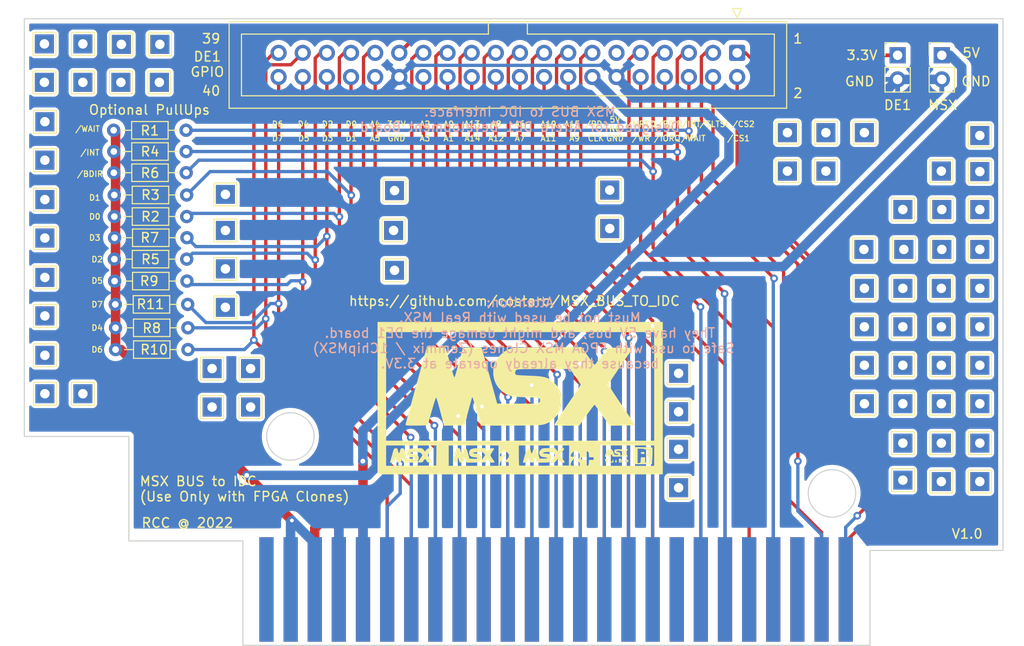
<source format=kicad_pcb>
(kicad_pcb (version 20211014) (generator pcbnew)
  (title_block (title "MSX BUS IDC") (date "2022-12-19") (rev "1.0") (company "RCC"))
  (layers (0 "F.Cu" signal) (31 "B.Cu" signal) (34 "B.Paste" user) (35 "F.Paste" user) (36 "B.SilkS" user "B.Silkscreen") (37 "F.SilkS" user "F.Silkscreen") (38 "B.Mask" user) (39 "F.Mask" user) (44 "Edge.Cuts" user))
  (net 0 "")
  (net 1 "{slash}WR")
  (net 2 "{slash}RD")
  (net 3 "GND")
  (net 4 "5V")
  (net 5 "+3.3V")
  (net 7 "+12V")
  (net 8 "-12V")
  (net 11 "{slash}CS1")
  (net 12 "{slash}CS2")
  (net 13 "{slash}CS12")
  (net 14 "{slash}SLTSL")
  (net 15 "{slash}RFSH")
  (net 16 "{slash}WAIT")
  (net 17 "{slash}INT")
  (net 18 "{slash}M1")
  (net 19 "{slash}BUSDIR")
  (net 20 "{slash}IORQ")
  (net 21 "{slash}MREQ")
  (net 22 "{slash}RESET")
  (net 23 "A9")
  (net 24 "A15")
  (net 25 "A11")
  (net 26 "A10")
  (net 27 "A7")
  (net 28 "A6")
  (net 29 "A12")
  (net 30 "A8")
  (net 31 "A14")
  (net 32 "A13")
  (net 33 "A1")
  (net 34 "A0")
  (net 35 "A3")
  (net 36 "A2")
  (net 37 "A5")
  (net 38 "A4")
  (net 39 "D1")
  (net 40 "D0")
  (net 41 "D3")
  (net 42 "D2")
  (net 43 "D5")
  (net 44 "D4")
  (net 45 "D7")
  (net 46 "D6")
  (net 47 "CLOCK")
  (net 48 "SOUNDIN")
  (net 49 "SW1")
  (footprint "TestPoint:TestPoint_THTPad_2.0x2.0mm_Drill1.0mm" (layer "F.Cu") (at 133.15 42.95)
    (fp_text reference "J35" hide)
    (fp_text value "Conn_01x01")
  )
  (footprint "TestPoint:TestPoint_THTPad_2.0x2.0mm_Drill1.0mm" (layer "F.Cu") (at 121.7 64.25)
    (fp_text reference "J61" hide)
    (fp_text value "Conn_01x01")
  )
  (footprint "Resistor_THT:R_Axial_DIN0204_L3.6mm_D1.6mm_P7.62mm_Horizontal" (layer "F.Cu") (at 62.25273 40.88456)
    (fp_text reference "R4")
    (fp_text value "10K" hide)
  )
  (footprint "TestPoint:TestPoint_THTPad_2.0x2.0mm_Drill1.0mm" (layer "F.Cu") (at 55 54.15)
    (fp_text reference "J52" hide)
    (fp_text value "Conn_01x01")
  )
  (footprint "TestPoint:TestPoint_THTPad_2.0x2.0mm_Drill1.0mm" (layer "F.Cu") (at 145.3 63.4)
    (fp_text reference "J11" hide)
    (fp_text value "Conn_01x01")
  )
  (footprint "TestPoint:TestPoint_THTPad_2.0x2.0mm_Drill1.0mm" (layer "F.Cu") (at 59 33.6)
    (fp_text reference "J42" hide)
    (fp_text value "Conn_01x01")
  )
  (footprint "TestPoint:TestPoint_THTPad_2.0x2.0mm_Drill1.0mm" (layer "F.Cu") (at 55 66.4)
    (fp_text reference "J54" hide)
    (fp_text value "Conn_01x01")
  )
  (footprint "TestPoint:TestPoint_THTPad_2.0x2.0mm_Drill1.0mm" (layer "F.Cu") (at 137.2 42.95)
    (fp_text reference "J34" hide)
    (fp_text value "Conn_01x01")
  )
  (footprint "TestPoint:TestPoint_THTPad_2.0x2.0mm_Drill1.0mm" (layer "F.Cu") (at 141.25 59.35)
    (fp_text reference "J7" hide)
    (fp_text value "Conn_01x01")
  )
  (footprint "TestPoint:TestPoint_THTPad_2.0x2.0mm_Drill1.0mm" (layer "F.Cu") (at 91.8 53.4)
    (fp_text reference "J64" hide)
    (fp_text value "Conn_01x01")
  )
  (footprint "TestPoint:TestPoint_THTPad_2.0x2.0mm_Drill1.0mm" (layer "F.Cu") (at 153.4 39.2)
    (fp_text reference "J32" hide)
    (fp_text value "Conn_01x01")
  )
  (footprint "TestPoint:TestPoint_THTPad_2.0x2.0mm_Drill1.0mm" (layer "F.Cu") (at 63.05 29.6 90)
    (fp_text reference "J59" hide)
    (fp_text value "Conn_01x01")
  )
  (footprint "Resistor_THT:R_Axial_DIN0204_L3.6mm_D1.6mm_P7.62mm_Horizontal" (layer "F.Cu") (at 62.304884 45.464983)
    (fp_text reference "R3")
    (fp_text value "10K" hide)
  )
  (footprint "TestPoint:TestPoint_THTPad_2.0x2.0mm_Drill1.0mm" (layer "F.Cu") (at 145.4 51.2)
    (fp_text reference "J6" hide)
    (fp_text value "Conn_01x01")
  )
  (footprint "TestPoint:TestPoint_THTPad_2.0x2.0mm_Drill1.0mm" (layer "F.Cu") (at 145.3 67.45)
    (fp_text reference "J8" hide)
    (fp_text value "Conn_01x01")
  )
  (footprint "TestPoint:TestPoint_THTPad_2.0x2.0mm_Drill1.0mm" (layer "F.Cu") (at 153.4 67.45)
    (fp_text reference "J26" hide)
    (fp_text value "Conn_01x01")
  )
  (footprint "Resistor_THT:R_Axial_DIN0204_L3.6mm_D1.6mm_P7.62mm_Horizontal" (layer "F.Cu") (at 62.308667 52.220603)
    (fp_text reference "R5")
    (fp_text value "10K" hide)
  )
  (footprint "TestPoint:TestPoint_THTPad_2.0x2.0mm_Drill1.0mm" (layer "F.Cu") (at 74 45.4)
    (fp_text reference "J69" hide)
    (fp_text value "Conn_01x01")
  )
  (footprint "Connector_PinHeader_2.54mm:PinHeader_1x02_P2.54mm_Vertical" (layer "F.Cu") (at 149.4 30.75)
    (fp_text reference "J3" hide)
    (fp_text value "Conn_02x01" hide)
  )
  (footprint "TestPoint:TestPoint_THTPad_2.0x2.0mm_Drill1.0mm" (layer "F.Cu") (at 67.1 29.6 90)
    (fp_text reference "J62" hide)
    (fp_text value "Conn_01x01")
  )
  (footprint "TestPoint:TestPoint_THTPad_2.0x2.0mm_Drill1.0mm" (layer "F.Cu") (at 72.6 63.75)
    (fp_text reference "J49" hide)
    (fp_text value "Conn_01x01")
  )
  (footprint "TestPoint:TestPoint_THTPad_2.0x2.0mm_Drill1.0mm" (layer "F.Cu") (at 145.3 75.5)
    (fp_text reference "J16" hide)
    (fp_text value "Conn_01x01")
  )
  (footprint "TestPoint:TestPoint_THTPad_2.0x2.0mm_Drill1.0mm" (layer "F.Cu") (at 72.6 67.8)
    (fp_text reference "J46" hide)
    (fp_text value "Conn_01x01")
  )
  (footprint "TestPoint:TestPoint_THTPad_2.0x2.0mm_Drill1.0mm" (layer "F.Cu") (at 153.4 71.6)
    (fp_text reference "J38" hide)
    (fp_text value "Conn_01x01")
  )
  (footprint "Connector_IDC:IDC-Header_2x20_P2.54mm_Vertical" (layer "F.Cu") (at 127.86 30.4975 -90)
    (fp_text reference "J1" hide)
    (fp_text value "DE1 GPIO" hide)
  )
  (footprint "TestPoint:TestPoint_THTPad_2.0x2.0mm_Drill1.0mm" (layer "F.Cu") (at 54.95 29.55)
    (fp_text reference "J44" hide)
    (fp_text value "Conn_01x01")
  )
  (footprint "Resistor_THT:R_Axial_DIN0204_L3.6mm_D1.6mm_P7.62mm_Horizontal" (layer "F.Cu") (at 62.240433 38.647616)
    (fp_text reference "R1")
    (fp_text value "10K" hide)
  )
  (footprint "TestPoint:TestPoint_THTPad_2.0x2.0mm_Drill1.0mm" (layer "F.Cu") (at 141.2 51.2)
    (fp_text reference "J12" hide)
    (fp_text value "Conn_01x01")
  )
  (footprint "TestPoint:TestPoint_THTPad_2.0x2.0mm_Drill1.0mm" (layer "F.Cu") (at 149.4 47)
    (fp_text reference "J18" hide)
    (fp_text value "Conn_01x01")
  )
  (footprint "Resistor_THT:R_Axial_DIN0204_L3.6mm_D1.6mm_P7.62mm_Horizontal" (layer "F.Cu") (at 62.435752 59.455146)
    (fp_text reference "R8")
    (fp_text value "10K" hide)
  )
  (footprint "Roni Footprints:MSX_CART" (layer "F.Cu") (at 102.5 57.5)
    (fp_text reference "CONN1" hide)
    (fp_text value "MSX_BUS" hide)
    (fp_line (start -26.66 35.4) (end 39.34 35.4) (layer "Edge.Cuts") (width 0.12))
    (fp_line (start -26.66 35.4) (end -26.66 24.4) (layer "Edge.Cuts") (width 0.12))
    (fp_line (start -38.66 13.4) (end -38.66 24.4) (layer "Edge.Cuts") (width 0.12))
    (fp_line (start 39.34 25.4) (end 39.34 35.4) (layer "Edge.Cuts") (width 0.12))
    (fp_line (start 53.34 -30.6) (end -49.66 -30.6) (layer "Edge.Cuts") (width 0.12))
    (fp_line (start 53.34 -30.6) (end 53.34 25.4) (layer "Edge.Cuts") (width 0.12))
    (fp_line (start -38.66 24.4) (end -26.66 24.4) (layer "Edge.Cuts") (width 0.12))
    (fp_line (start -49.66 13.4) (end -38.66 13.4) (layer "Edge.Cuts") (width 0.12))
    (fp_line (start 39.34 25.4) (end 53.34 25.4) (layer "Edge.Cuts") (width 0.12))
    (fp_line (start -49.66 13.4) (end -49.66 -30.6) (layer "Edge.Cuts") (width 0.12))
    (fp_circle (center 35.34 19.4) (end 37.84 19.4) (layer "Edge.Cuts") (width 0.12) (fill none))
    (fp_circle (center -21.66 13.4) (end -19.16 13.4) (layer "Edge.Cuts") (width 0.12) (fill none))
  )
  (footprint "TestPoint:TestPoint_THTPad_2.0x2.0mm_Drill1.0mm" (layer "F.Cu") (at 67.05 33.6)
    (fp_text reference "J73" hide)
    (fp_text value "Conn_01x01")
  )
  (footprint "Connector_PinHeader_2.54mm:PinHeader_1x02_P2.54mm_Vertical" (layer "F.Cu") (at 144.75 30.75)
    (fp_text reference "J2" hide)
    (fp_text value "Conn_02x01" hide)
  )
  (footprint "TestPoint:TestPoint_THTPad_2.0x2.0mm_Drill1.0mm" (layer "F.Cu") (at 121.7 72.25)
    (fp_text reference "J58" hide)
    (fp_text value "Conn_01x01")
  )
  (footprint "TestPoint:TestPoint_THTPad_2.0x2.0mm_Drill1.0mm" (layer "F.Cu") (at 121.7 76.3)
    (fp_text reference "J63" hide)
    (fp_text value "Conn_01x01")
  )
  (footprint "Resistor_THT:R_Axial_DIN0204_L3.6mm_D1.6mm_P7.62mm_Horizontal" (layer "F.Cu") (at 62.256143 43.121641)
    (fp_text reference "R6")
    (fp_text value "10K" hide)
  )
  (footprint "TestPoint:TestPoint_THTPad_2.0x2.0mm_Drill1.0mm" (layer "F.Cu") (at 145.3 59.35)
    (fp_text reference "J24" hide)
    (fp_text value "Conn_01x01")
  )
  (footprint "TestPoint:TestPoint_THTPad_2.0x2.0mm_Drill1.0mm" (layer "F.Cu") (at 145.3 55.3)
    (fp_text reference "J27" hide)
    (fp_text value "Conn_01x01")
  )
  (footprint "TestPoint:TestPoint_THTPad_2.0x2.0mm_Drill1.0mm" (layer "F.Cu") (at 74 49.2)
    (fp_text reference "J68" hide)
    (fp_text value "Conn_01x01")
  )
  (footprint "Resistor_THT:R_Axial_DIN0204_L3.6mm_D1.6mm_P7.62mm_Horizontal" (layer "F.Cu") (at 62.44 61.75)
    (fp_text reference "R10")
    (fp_text value "10K" hide)
  )
  (footprint "TestPoint:TestPoint_THTPad_2.0x2.0mm_Drill1.0mm" (layer "F.Cu") (at 145.3 47)
    (fp_text reference "J19" hide)
    (fp_text value "Conn_01x01")
  )
  (footprint "Resistor_THT:R_Axial_DIN0204_L3.6mm_D1.6mm_P7.62mm_Horizontal" (layer "F.Cu") (at 62.410029 56.987702)
    (fp_text reference "R11")
    (fp_text value "10K" hide)
  )
  (footprint "TestPoint:TestPoint_THTPad_2.0x2.0mm_Drill1.0mm" (layer "F.Cu") (at 141.25 63.4)
    (fp_text reference "J5" hide)
    (fp_text value "Conn_01x01")
  )
  (footprint "TestPoint:TestPoint_THTPad_2.0x2.0mm_Drill1.0mm" (layer "F.Cu") (at 55 58.2)
    (fp_text reference "J53" hide)
    (fp_text value "Conn_01x01")
  )
  (footprint "TestPoint:TestPoint_THTPad_2.0x2.0mm_Drill1.0mm" (layer "F.Cu") (at 55 41.8)
    (fp_text reference "J50" hide)
    (fp_text value "Conn_01x01")
  )
  (footprint "TestPoint:TestPoint_THTPad_2.0x2.0mm_Drill1.0mm" (layer "F.Cu") (at 149.35 63.4)
    (fp_text reference "J28" hide)
    (fp_text value "Conn_01x01")
  )
  (footprint "TestPoint:TestPoint_THTPad_2.0x2.0mm_Drill1.0mm" (layer "F.Cu") (at 141.25 67.45)
    (fp_text reference "J22" hide)
    (fp_text value "Conn_01x01")
  )
  (footprint "TestPoint:TestPoint_THTPad_2.0x2.0mm_Drill1.0mm" (layer "F.Cu") (at 74 53.25)
    (fp_text reference "J71" hide)
    (fp_text value "Conn_01x01")
  )
  (footprint "TestPoint:TestPoint_THTPad_2.0x2.0mm_Drill1.0mm" (layer "F.Cu") (at 55 50)
    (fp_text reference "J56" hide)
    (fp_text value "Conn_01x01")
  )
  (footprint "TestPoint:TestPoint_THTPad_2.0x2.0mm_Drill1.0mm" (layer "F.Cu") (at 91.8 45)
    (fp_text reference "J36" hide)
    (fp_text value "Conn_01x01")
  )
  (footprint "TestPoint:TestPoint_THTPad_2.0x2.0mm_Drill1.0mm" (layer "F.Cu") (at 149.35 42.95)
    (fp_text reference "J37" hide)
    (fp_text value "Conn_01x01")
  )
  (footprint "LOGO" (layer "F.Cu") (at 104.995192 66.836538)
    (fp_text reference "G***" hide)
    (fp_text value "LOGO" hide)
  )
  (footprint "TestPoint:TestPoint_THTPad_2.0x2.0mm_Drill1.0mm" (layer "F.Cu") (at 153.4 75.65)
    (fp_text reference "J41" hide)
    (fp_text value "Conn_01x01")
  )
  (footprint "TestPoint:TestPoint_THTPad_2.0x2.0mm_Drill1.0mm" (layer "F.Cu") (at 141.25 55.3)
    (fp_text reference "J10" hide)
    (fp_text value "Conn_01x01")
  )
  (footprint "TestPoint:TestPoint_THTPad_2.0x2.0mm_Drill1.0mm" (layer "F.Cu") (at 55 37.75)
    (fp_text reference "J57" hide)
    (fp_text value "Conn_01x01")
  )
  (footprint "TestPoint:TestPoint_THTPad_2.0x2.0mm_Drill1.0mm" (layer "F.Cu") (at 74 57.3)
    (fp_text reference "J70" hide)
    (fp_text value "Conn_01x01")
  )
  (footprint "TestPoint:TestPoint_THTPad_2.0x2.0mm_Drill1.0mm" (layer "F.Cu") (at 133.15 38.9)
    (fp_text reference "J15" hide)
    (fp_text value "Conn_01x01")
  )
  (footprint "TestPoint:TestPoint_THTPad_2.0x2.0mm_Drill1.0mm" (layer "F.Cu") (at 153.4 43)
    (fp_text reference "J31" hide)
    (fp_text value "Conn_01x01")
  )
  (footprint "TestPoint:TestPoint_THTPad_2.0x2.0mm_Drill1.0mm" (layer "F.Cu") (at 153.4 63.4)
    (fp_text reference "J4" hide)
    (fp_text value "Conn_01x01")
  )
  (footprint "TestPoint:TestPoint_THTPad_2.0x2.0mm_Drill1.0mm" (layer "F.Cu") (at 149.35 71.6)
    (fp_text reference "J39" hide)
    (fp_text value "Conn_01x01")
  )
  (footprint "TestPoint:TestPoint_THTPad_2.0x2.0mm_Drill1.0mm" (layer "F.Cu") (at 59 66.4)
    (fp_text reference "J74" hide)
    (fp_text value "Conn_01x01")
  )
  (footprint "Resistor_THT:R_Axial_DIN0204_L3.6mm_D1.6mm_P7.62mm_Horizontal" (layer "F.Cu") (at 62.335618 54.532143)
    (fp_text reference "R9")
    (fp_text value "10K" hide)
  )
  (footprint "TestPoint:TestPoint_THTPad_2.0x2.0mm_Drill1.0mm" (layer "F.Cu") (at 55 62.35)
    (fp_text reference "J55" hide)
    (fp_text value "Conn_01x01")
  )
  (footprint "TestPoint:TestPoint_THTPad_2.0x2.0mm_Drill1.0mm" (layer "F.Cu") (at 153.4 59.35)
    (fp_text reference "J9" hide)
    (fp_text value "Conn_01x01")
  )
  (footprint "TestPoint:TestPoint_THTPad_2.0x2.0mm_Drill1.0mm" (layer "F.Cu") (at 59 29.55)
    (fp_text reference "J45" hide)
    (fp_text value "Conn_01x01")
  )
  (footprint "TestPoint:TestPoint_THTPad_2.0x2.0mm_Drill1.0mm" (layer "F.Cu") (at 63 33.6)
    (fp_text reference "J72" hide)
    (fp_text value "Conn_01x01")
  )
  (footprint "TestPoint:TestPoint_THTPad_2.0x2.0mm_Drill1.0mm" (layer "F.Cu") (at 91.7 49.2)
    (fp_text reference "J67" hide)
    (fp_text value "Conn_01x01")
  )
  (footprint "TestPoint:TestPoint_THTPad_2.0x2.0mm_Drill1.0mm" (layer "F.Cu") (at 149.35 55.3)
    (fp_text reference "J25" hide)
    (fp_text value "Conn_01x01")
  )
  (footprint "TestPoint:TestPoint_THTPad_2.0x2.0mm_Drill1.0mm" (layer "F.Cu") (at 121.7 68.3)
    (fp_text reference "J60" hide)
    (fp_text value "Conn_01x01")
  )
  (footprint "TestPoint:TestPoint_THTPad_2.0x2.0mm_Drill1.0mm" (layer "F.Cu") (at 137.2 38.9)
    (fp_text reference "J33" hide)
    (fp_text value "Conn_01x01")
  )
  (footprint "TestPoint:TestPoint_THTPad_2.0x2.0mm_Drill1.0mm" (layer "F.Cu") (at 153.4 51.2)
    (fp_text reference "J21" hide)
    (fp_text value "Conn_01x01")
  )
  (footprint "TestPoint:TestPoint_THTPad_2.0x2.0mm_Drill1.0mm" (layer "F.Cu") (at 76.65 63.75)
    (fp_text reference "J48" hide)
    (fp_text value "Conn_01x01")
  )
  (footprint "TestPoint:TestPoint_THTPad_2.0x2.0mm_Drill1.0mm" (layer "F.Cu") (at 153.4 55.3)
    (fp_text reference "J23" hide)
    (fp_text value "Conn_01x01")
  )
  (footprint "TestPoint:TestPoint_THTPad_2.0x2.0mm_Drill1.0mm" (layer "F.Cu") (at 149.4 51.2)
    (fp_text reference "J20" hide)
    (fp_text value "Conn_01x01")
  )
  (footprint "TestPoint:TestPoint_THTPad_2.0x2.0mm_Drill1.0mm" (layer "F.Cu") (at 149.35 67.45)
    (fp_text reference "J13" hide)
    (fp_text value "Conn_01x01")
  )
  (footprint "Resistor_THT:R_Axial_DIN0204_L3.6mm_D1.6mm_P7.62mm_Horizontal" (layer "F.Cu") (at 62.333747 49.969064)
    (fp_text reference "R7")
    (fp_text value "10K" hide)
  )
  (footprint "TestPoint:TestPoint_THTPad_2.0x2.0mm_Drill1.0mm" (layer "F.Cu") (at 54.95 33.6)
    (fp_text reference "J43" hide)
    (fp_text value "Conn_01x01")
  )
  (footprint "Resistor_THT:R_Axial_DIN0204_L3.6mm_D1.6mm_P7.62mm_Horizontal" (layer "F.Cu") (at 62.308035 47.73568)
    (fp_text reference "R2")
    (fp_text value "10K" hide)
  )
  (footprint "TestPoint:TestPoint_THTPad_2.0x2.0mm_Drill1.0mm" (layer "F.Cu") (at 145.3 71.6)
    (fp_text reference "J14" hide)
    (fp_text value "Conn_01x01")
  )
  (footprint "TestPoint:TestPoint_THTPad_2.0x2.0mm_Drill1.0mm" (layer "F.Cu") (at 149.35 59.35)
    (fp_text reference "J29" hide)
    (fp_text value "Conn_01x01")
  )
  (footprint "TestPoint:TestPoint_THTPad_2.0x2.0mm_Drill1.0mm" (layer "F.Cu") (at 114.45 49)
    (fp_text reference "J66" hide)
    (fp_text value "Conn_01x01")
  )
  (footprint "TestPoint:TestPoint_THTPad_2.0x2.0mm_Drill1.0mm" (layer "F.Cu") (at 55 45.95)
    (fp_text reference "J51" hide)
    (fp_text value "Conn_01x01")
  )
  (footprint "TestPoint:TestPoint_THTPad_2.0x2.0mm_Drill1.0mm" (layer "F.Cu") (at 153.4 47)
    (fp_text reference "J30" hide)
    (fp_text value "Conn_01x01")
  )
  (footprint "TestPoint:TestPoint_THTPad_2.0x2.0mm_Drill1.0mm" (layer "F.Cu") (at 76.65 67.8)
    (fp_text reference "J47" hide)
    (fp_text value "Conn_01x01")
  )
  (footprint "TestPoint:TestPoint_THTPad_2.0x2.0mm_Drill1.0mm" (layer "F.Cu") (at 149.35 75.65)
    (fp_text reference "J40" hide)
    (fp_text value "Conn_01x01")
  )
  (footprint "TestPoint:TestPoint_THTPad_2.0x2.0mm_Drill1.0mm" (layer "F.Cu") (at 141.25 38.9)
    (fp_text reference "J17" hide)
    (fp_text value "Conn_01x01")
  )
  (footprint "TestPoint:TestPoint_THTPad_2.0x2.0mm_Drill1.0mm" (layer "F.Cu") (at 114.45 44.95)
    (fp_text reference "J65" hide)
    (fp_text value "Conn_01x01")
  )
  (gr_text "Attention:\nMust not be used with Real MSX.\nThey have 5V bus, and might damage the DE1 board.\nSafe to use with FPGA MSX Clones (Zemmix / 1ChipMSX) \nbecause they already operate at 3.3V." (at 105 60) (layer "B.SilkS") (effects (font (size 1 1)) (justify mirror)))
  (gr_text "MSX BUS to IDC interface.\nDesigned for Alrera DE1 Development Board" (at 105 37.5) (layer "B.SilkS") (effects (font (size 1 1)) (justify mirror)))
  (gr_text "D1" (at 60.25 45.75) (layer "F.SilkS") (effects (font (size 0.6 0.6) (thickness 0.11))))
  (gr_text "/CS2" (at 128.5 38) (layer "F.SilkS") (effects (font (size 0.6 0.6) (thickness 0.11))))
  (gr_text "D5" (at 82.25 39.5) (layer "F.SilkS") (effects (font (size 0.6 0.6) (thickness 0.11))))
  (gr_text "https://github.com/costarc/MSX_BUS_TO_IDC" (at 104.418803 56.633903) (layer "F.SilkS") (effects (font (size 1 1))))
  (gr_text "A11" (at 108 39.5) (layer "F.SilkS") (effects (font (size 0.6 0.6) (thickness 0.11))))
  (gr_text "GND" (at 92 39.5) (layer "F.SilkS") (effects (font (size 0.6 0.6) (thickness 0.11))))
  (gr_text "A7" (at 105 39.5) (layer "F.SilkS") (effects (font (size 0.6 0.6) (thickness 0.11))))
  (gr_text "39" (at 72.5 29) (layer "F.SilkS") (effects (font (size 1 1))))
  (gr_text "D2" (at 84.75 38) (layer "F.SilkS") (effects (font (size 0.6 0.6) (thickness 0.11))))
  (gr_text "/IORQ" (at 120.5 39.5) (layer "F.SilkS") (effects (font (size 0.6 0.6) (thickness 0.11))))
  (gr_text "A0" (at 97.5 38) (layer "F.SilkS") (effects (font (size 0.6 0.6) (thickness 0.11))))
  (gr_text "/SLTSL" (at 125.5 38) (layer "F.SilkS") (effects (font (size 0.6 0.6) (thickness 0.11))))
  (gr_text "DE1" (at 144.75 36) (layer "F.SilkS") (effects (font (size 1 1))))
  (gr_text "A3" (at 95 39.5) (layer "F.SilkS") (effects (font (size 0.6 0.6) (thickness 0.11))))
  (gr_text "/CS1" (at 128 39.5) (layer "F.SilkS") (effects (font (size 0.6 0.6) (thickness 0.11))))
  (gr_text "2" (at 134.25 34.75) (layer "F.SilkS") (effects (font (size 1 1))))
  (gr_text "40" (at 72.5 34.5) (layer "F.SilkS") (effects (font (size 1 1))))
  (gr_text "D5" (at 60.5 54.5) (layer "F.SilkS") (effects (font (size 0.6 0.6) (thickness 0.11))))
  (gr_text "D6" (at 60.5 61.75) (layer "F.SilkS") (effects (font (size 0.6 0.6) (thickness 0.11))))
  (gr_text "3.3V" (at 141 30.75) (layer "F.SilkS") (effects (font (size 1 1))))
  (gr_text "5V\nNC\n" (at 115 38) (layer "F.SilkS") (effects (font (size 0.6 0.6) (thickness 0.11))))
  (gr_text "/BDIR" (at 59.75 43.25) (layer "F.SilkS") (effects (font (size 0.6 0.6) (thickness 0.11))))
  (gr_text "D3" (at 84.75 39.5) (layer "F.SilkS") (effects (font (size 0.6 0.6) (thickness 0.11))))
  (gr_text "A12" (at 102.5 39.5) (layer "F.SilkS") (effects (font (size 0.6 0.6) (thickness 0.11))))
  (gr_text "CLK" (at 113 39.5) (layer "F.SilkS") (effects (font (size 0.6 0.6) (thickness 0.11))))
  (gr_text "D3" (at 60.25 49.969064) (layer "F.SilkS") (effects (font (size 0.6 0.6) (thickness 0.11))))
  (gr_text "A13" (at 99.96 37.984) (layer "F.SilkS") (effects (font (size 0.6 0.6) (thickness 0.11))))
  (gr_text "A2" (at 95 38) (layer "F.SilkS") (effects (font (size 0.6 0.6) (thickness 0.11))))
  (gr_text "/INT" (at 59.75 41) (layer "F.SilkS") (effects (font (size 0.6 0.6) (thickness 0.11))))
  (gr_text "A15" (at 110.5 38) (layer "F.SilkS") (effects (font (size 0.6 0.6) (thickness 0.11))))
  (gr_text "GND" (at 140.75 33.5) (layer "F.SilkS") (effects (font (size 1 1))))
  (gr_text "/BDIR" (at 120.75 38) (layer "F.SilkS") (effects (font (size 0.6 0.6) (thickness 0.11))))
  (gr_text "D1" (at 87.25 39.5) (layer "F.SilkS") (effects (font (size 0.6 0.6) (thickness 0.11))))
  (gr_text "/WAIT" (at 59.5 38.5) (layer "F.SilkS") (effects (font (size 0.6 0.6) (thickness 0.11))))
  (gr_text "A9" (at 110.75 39.5) (layer "F.SilkS") (effects (font (size 0.6 0.6) (thickness 0.11))))
  (gr_text "GND" (at 153 33.5) (layer "F.SilkS") (effects (font (size 1 1))))
  (gr_text "D2" (at 60.5 52.25) (layer "F.SilkS") (effects (font (size 0.6 0.6) (thickness 0.11))))
  (gr_text "D4" (at 82.21 38) (layer "F.SilkS") (effects (font (size 0.6 0.6) (thickness 0.11))))
  (gr_text "A6" (at 105 37.984) (layer "F.SilkS") (effects (font (size 0.6 0.6) (thickness 0.11))))
  (gr_text "A1" (at 97.5 39.5) (layer "F.SilkS") (effects (font (size 0.6 0.6) (thickness 0.11))))
  (gr_text "A8" (at 102.5 37.984) (layer "F.SilkS") (effects (font (size 0.6 0.6) (thickness 0.11))))
  (gr_text "V1.0" (at 152.070512 81.157051) (layer "F.SilkS") (effects (font (size 1 1))))
  (gr_text "MSX BUS to IDC\n(Use Only with FPGA Clones)" (at 64.89423 76.427884) (layer "F.SilkS") (effects (font (size 1 1)) (justify left)))
  (gr_text "GND" (at 115 39.5) (layer "F.SilkS") (effects (font (size 0.6 0.6) (thickness 0.11))))
  (gr_text "D4" (at 60.5 59.455146) (layer "F.SilkS") (effects (font (size 0.6 0.6) (thickness 0.11))))
  (gr_text "/MREQ" (at 117.75 38) (layer "F.SilkS") (effects (font (size 0.6 0.6) (thickness 0.11))))
  (gr_text "D7" (at 60.5 57) (layer "F.SilkS") (effects (font (size 0.6 0.6) (thickness 0.11))))
  (gr_text "D0" (at 87.25 38) (layer "F.SilkS") (effects (font (size 0.6 0.6) (thickness 0.11))))
  (gr_text "/RD" (at 112.75 38) (layer "F.SilkS") (effects (font (size 0.6 0.6) (thickness 0.11))))
  (gr_text "A10" (at 108 38) (layer "F.SilkS") (effects (font (size 0.6 0.6) (thickness 0.11))))
  (gr_text "A14" (at 100 39.5) (layer "F.SilkS") (effects (font (size 0.6 0.6) (thickness 0.11))))
  (gr_text "A4" (at 89.75 38) (layer "F.SilkS") (effects (font (size 0.6 0.6) (thickness 0.11))))
  (gr_text "/WR" (at 117.75 39.5) (layer "F.SilkS") (effects (font (size 0.6 0.6) (thickness 0.11))))
  (gr_text "DE1\nGPIO" (at 72.1 31.7) (layer "F.SilkS") (effects (font (size 1 1))))
  (gr_text "1" (at 134.25 29) (layer "F.SilkS") (effects (font (size 1 1))))
  (gr_text "MSX" (at 149.5 36) (layer "F.SilkS") (effects (font (size 1 1))))
  (gr_text "Optional PullUps" (at 66 36.5) (layer "F.SilkS") (effects (font (size 1 1))))
  (gr_text "D6" (at 79.5 38) (layer "F.SilkS") (effects (font (size 0.6 0.6) (thickness 0.11))))
  (gr_text "/WAIT" (at 123.25 39.5) (layer "F.SilkS") (effects (font (size 0.6 0.6) (thickness 0.11))))
  (gr_text "3.3V" (at 92 38) (layer "F.SilkS") (effects (font (size 0.6 0.6) (thickness 0.11))))
  (gr_text "/INT" (at 123 38) (layer "F.SilkS") (effects (font (size 0.6 0.6) (thickness 0.11))))
  (gr_text "D0" (at 60.25 47.75) (layer "F.SilkS") (effects (font (size 0.6 0.6) (thickness 0.11))))
  (gr_text "RCC @ 2022" (at 70 80) (layer "F.SilkS") (effects (font (size 1 1))))
  (gr_text "A5" (at 89.75 39.5) (layer "F.SilkS") (effects (font (size 0.6 0.6) (thickness 0.11))))
  (gr_text "5V" (at 152.5 30.5) (layer "F.SilkS") (effects (font (size 1 1))))
  (gr_text "D7" (at 79.5 39.5) (layer "F.SilkS") (effects (font (size 0.6 0.6) (thickness 0.11))))
  (segment (start 117.7 32.54) (end 117.7 50.95) (width 0.35) (layer "F.Cu") (net 1))
  (segment (start 117.7 50.95) (end 124 57.25) (width 0.35) (layer "F.Cu") (net 1))
  (via (at 124 57.25) (size 0.8) (drill 0.4) (layers "F.Cu" "B.Cu") (net 1))
  (segment (start 124.042025 57.292025) (end 124.042025 87.014405) (width 0.35) (layer "B.Cu") (net 1))
  (segment (start 124 57.25) (end 124.042025 57.292025) (width 0.35) (layer "B.Cu") (net 1))
  (segment (start 111.395 31.105) (end 112.0025 30.4975) (width 0.35) (layer "F.Cu") (net 2))
  (segment (start 124.042025 87.014405) (end 124.042025 62.292025) (width 0.35) (layer "F.Cu") (net 2))
  (segment (start 112.0025 30.4975) (end 112.62 30.4975) (width 0.35) (layer "F.Cu") (net 2))
  (segment (start 111.395 49.645) (end 111.395 31.105) (width 0.35) (layer "F.Cu") (net 2))
  (segment (start 124.042025 62.292025) (end 111.395 49.645) (width 0.35) (layer "F.Cu") (net 2))
  (segment (start 115.16 33.0375) (end 113.935 31.8125) (width 0.35) (layer "B.Cu") (net 3))
  (segment (start 88.7375 36.6) (end 92.3 33.0375) (width 1) (layer "B.Cu") (net 3))
  (segment (start 88.482025 80.232025) (end 85.942025 77.692025) (width 1) (layer "B.Cu") (net 3))
  (segment (start 85.88405 77.75) (end 75.45 77.75) (width 1) (layer "B.Cu") (net 3))
  (segment (start 149.4 33.29) (end 144.75 33.29) (width 1) (layer "B.Cu") (net 3))
  (segment (start 57.5 59.8) (end 57.5 38.75) (width 1) (layer "B.Cu") (net 3))
  (segment (start 88.482025 87.014405) (end 88.482025 80.232025) (width 1) (layer "B.Cu") (net 3))
  (segment (start 59.65 36.6) (end 88.7375 36.6) (width 1) (layer "B.Cu") (net 3))
  (segment (start 93.525 31.8125) (end 92.3 33.0375) (width 0.35) (layer "B.Cu") (net 3))
  (segment (start 117.1225 35) (end 115.16 33.0375) (width 1) (layer "B.Cu") (net 3))
  (segment (start 57.5 38.75) (end 59.65 36.6) (width 1) (layer "B.Cu") (net 3))
  (segment (start 75.45 77.75) (end 57.5 59.8) (width 1) (layer "B.Cu") (net 3))
  (segment (start 143.04 35) (end 117.1225 35) (width 1) (layer "B.Cu") (net 3))
  (segment (start 113.935 31.8125) (end 93.525 31.8125) (width 0.35) (layer "B.Cu") (net 3))
  (segment (start 144.75 33.29) (end 143.04 35) (width 1) (layer "B.Cu") (net 3))
  (segment (start 85.942025 77.692025) (end 85.88405 77.75) (width 1) (layer "B.Cu") (net 3))
  (segment (start 85.942025 77.692025) (end 85.942025 87.014405) (width 1) (layer "B.Cu") (net 3))
  (segment (start 62.44 38.847183) (end 62.240433 38.647616) (width 1) (layer "F.Cu") (net 4))
  (segment (start 63 61.75) (end 62.44 61.75) (width 1) (layer "F.Cu") (net 4))
  (segment (start 81 79.75) (end 76.25 75) (width 1) (layer "F.Cu") (net 4))
  (segment (start 76.25 75) (end 63 61.75) (width 1) (layer "F.Cu") (net 4))
  (segment (start 62.44 61.75) (end 62.44 38.847183) (width 1) (layer "F.Cu") (net 4))
  (via (at 76.25 75) (size 1) (drill 0.5) (layers "F.Cu" "B.Cu") (net 4))
  (via (at 81 79.75) (size 0.8) (drill 0.4) (layers "F.Cu" "B.Cu") (net 4))
  (segment (start 81 79.75) (end 83.402025 82.152025) (width 1) (layer "B.Cu") (net 4))
  (segment (start 151.5 32) (end 151.5 34.25) (width 1) (layer "B.Cu") (net 4))
  (segment (start 117.6 53) (end 108.6 62) (width 1) (layer "B.Cu") (net 4))
  (segment (start 89 75) (end 76.5 75) (width 1) (layer "B.Cu") (net 4))
  (segment (start 83.402025 82.152025) (end 83.402025 87.014405) (width 1) (layer "B.Cu") (net 4))
  (segment (start 150.25 30.75) (end 151.5 32) (width 1) (layer "B.Cu") (net 4))
  (segment (start 98.447056 62) (end 89.882161 70.564895) (width 1) (layer "B.Cu") (net 4))
  (segment (start 80.862025 87.014405) (end 80.862025 79.887975) (width 1) (layer "B.Cu") (net 4))
  (segment (start 132.75 53) (end 117.6 53) (width 1) (layer "B.Cu") (net 4))
  (segment (start 149.4 30.75) (end 150.25 30.75) (width 1) (layer "B.Cu") (net 4))
  (segment (start 89.882161 70.564895) (end 89.882161 74.117839) (width 1) (layer "B.Cu") (net 4))
  (segment (start 108.6 62) (end 98.447056 62) (width 1) (layer "B.Cu") (net 4))
  (segment (start 151.5 34.25) (end 132.75 53) (width 1) (layer "B.Cu") (net 4))
  (segment (start 89.882161 74.117839) (end 89 75) (width 1) (layer "B.Cu") (net 4))
  (segment (start 80.862025 79.887975) (end 81 79.75) (width 1) (layer "B.Cu") (net 4))
  (segment (start 94.073575 28.723925) (end 130.723925 28.723925) (width 0.4) (layer "F.Cu") (net 5))
  (segment (start 144.75 30.75) (end 132.75 30.75) (width 0.4) (layer "F.Cu") (net 5))
  (segment (start 92.3 30.4975) (end 94.073575 28.723925) (width 0.4) (layer "F.Cu") (net 5))
  (segment (start 132.75 30.75) (end 131.625 29.625) (width 0.4) (layer "F.Cu") (net 5))
  (segment (start 130.723925 28.723925) (end 131.625 29.625) (width 0.4) (layer "F.Cu") (net 5))
  (segment (start 136.75 54) (end 136.75 67.75) (width 0.35) (layer "F.Cu") (net 11))
  (segment (start 136.75 69) (end 142.5 74.75) (width 0.35) (layer "F.Cu") (net 11))
  (segment (start 142.5 74.75) (end 142.5 77.25) (width 0.35) (layer "F.Cu") (net 11))
  (segment (start 134.25 51.5) (end 136.75 54) (width 0.35) (layer "F.Cu") (net 11))
  (segment (start 127.86 32.54) (end 127.86 45.11) (width 0.35) (layer "F.Cu") (net 11))
  (segment (start 142.5 77.25) (end 140.5 79.25) (width 0.35) (layer "F.Cu") (net 11))
  (segment (start 127.86 45.11) (end 134.25 51.5) (width 0.35) (layer "F.Cu") (net 11))
  (segment (start 136.75 67.75) (end 136.75 69) (width 0.35) (layer "F.Cu") (net 11))
  (via (at 140.5 79.25) (size 0.8) (drill 0.4) (layers "F.Cu" "B.Cu") (net 11))
  (segment (start 139.282025 87.014405) (end 139.282025 80.467975) (width 0.35) (layer "B.Cu") (net 11))
  (segment (start 139.282025 80.467975) (end 140.5 79.25) (width 0.35) (layer "B.Cu") (net 11))
  (segment (start 143.25 74.25) (end 138.5 69.5) (width 0.35) (layer "F.Cu") (net 12))
  (segment (start 130.5 46.972182) (end 130.5 32.25) (width 0.35) (layer "F.Cu") (net 12))
  (segment (start 139.282025 81.967975) (end 143.25 78) (width 0.35) (layer "F.Cu") (net 12))
  (segment (start 138.5 54.972182) (end 130.5 46.972182) (width 0.35) (layer "F.Cu") (net 12))
  (segment (start 127.86 30.4975) (end 128.7475 30.4975) (width 0.35) (layer "F.Cu") (net 12))
  (segment (start 128.7475 30.4975) (end 130.5 32.25) (width 0.35) (layer "F.Cu") (net 12))
  (segment (start 143.25 78) (end 143.25 74.25) (width 0.35) (layer "F.Cu") (net 12))
  (segment (start 139.282025 87.014405) (end 139.282025 81.967975) (width 0.35) (layer "F.Cu") (net 12))
  (segment (start 138.5 69.5) (end 138.5 54.972182) (width 0.35) (layer "F.Cu") (net 12))
  (segment (start 134.25 56.75) (end 134.25 73.5) (width 0.35) (layer "F.Cu") (net 13))
  (segment (start 125.32 32.54) (end 125.32 43.82) (width 0.35) (layer "F.Cu") (net 13))
  (segment (start 134.25 52.75) (end 134.25 56.75) (width 0.35) (layer "F.Cu") (net 13))
  (segment (start 125.32 43.82) (end 134.25 52.75) (width 0.35) (layer "F.Cu") (net 13))
  (via (at 134.25 73.5) (size 0.8) (drill 0.4) (layers "F.Cu" "B.Cu") (net 13))
  (segment (start 136.742025 81.242025) (end 136.742025 87.014405) (width 0.35) (layer "B.Cu") (net 13))
  (segment (start 134.25 78.75) (end 136.742025 81.242025) (width 0.35) (layer "B.Cu") (net 13))
  (segment (start 134.25 73.5) (end 134.25 78.75) (width 0.35) (layer "B.Cu") (net 13))
  (segment (start 124.095 30.905) (end 124.5025 30.4975) (width 0.35) (layer "F.Cu") (net 14))
  (segment (start 136.742025 80.992025) (end 132.75 77) (width 0.35) (layer "F.Cu") (net 14))
  (segment (start 132.75 53.5) (end 124.095 44.845) (width 0.35) (layer "F.Cu") (net 14))
  (segment (start 124.5025 30.4975) (end 125.32 30.4975) (width 0.35) (layer "F.Cu") (net 14))
  (segment (start 124.095 44.845) (end 124.095 30.905) (width 0.35) (layer "F.Cu") (net 14))
  (segment (start 132.75 77) (end 132.75 53.5) (width 0.35) (layer "F.Cu") (net 14))
  (segment (start 136.742025 87.014405) (end 136.742025 80.992025) (width 0.35) (layer "F.Cu") (net 14))
  (segment (start 122.78 45.28) (end 131.75 54.25) (width 0.35) (layer "F.Cu") (net 16))
  (segment (start 122.78 38.72) (end 122.78 32.54) (width 0.35) (layer "F.Cu") (net 16))
  (segment (start 122.78 45.28) (end 122.78 38.72) (width 0.35) (layer "F.Cu") (net 16))
  (via (at 131.75 54.25) (size 0.8) (drill 0.4) (layers "F.Cu" "B.Cu") (net 16))
  (via (at 122.78 38.72) (size 0.8) (drill 0.4) (layers "F.Cu" "B.Cu") (net 16))
  (segment (start 122.78 38.72) (end 122.707616 38.647616) (width 0.35) (layer "B.Cu") (net 16))
  (segment (start 131.662025 54.337975) (end 131.662025 87.014405) (width 0.35) (layer "B.Cu") (net 16))
  (segment (start 131.75 54.25) (end 131.662025 54.337975) (width 0.35) (layer "B.Cu") (net 16))
  (segment (start 122.707616 38.647616) (end 69.860433 38.647616) (width 0.35) (layer "B.Cu") (net 16))
  (segment (start 121.555 49.305) (end 131.662025 59.412025) (width 0.35) (layer "F.Cu") (net 17))
  (segment (start 122.2525 30.4975) (end 122.78 30.4975) (width 0.35) (layer "F.Cu") (net 17))
  (segment (start 121.555 31.195) (end 122.2525 30.4975) (width 0.35) (layer "F.Cu") (net 17))
  (segment (start 131.662025 59.412025) (end 131.662025 87.014405) (width 0.35) (layer "F.Cu") (net 17))
  (segment (start 121.555 40.945) (end 121.555 31.195) (width 0.35) (layer "F.Cu") (net 17))
  (segment (start 121.555 40.945) (end 121.555 49.305) (width 0.35) (layer "F.Cu") (net 17))
  (via (at 121.555 40.945) (size 0.8) (drill 0.4) (layers "F.Cu" "B.Cu") (net 17))
  (segment (start 121.555 40.945) (end 121.49456 40.88456) (width 0.35) (layer "B.Cu") (net 17))
  (segment (start 121.49456 40.88456) (end 69.87273 40.88456) (width 0.35) (layer "B.Cu") (net 17))
  (segment (start 119.015 30.985) (end 119.5025 30.4975) (width 0.35) (layer "F.Cu") (net 19))
  (segment (start 129.122025 61.122025) (end 129.122025 87.014405) (width 0.35) (layer "F.Cu") (net 19))
  (segment (start 119.015 51.015) (end 129.122025 61.122025) (width 0.35) (layer "F.Cu") (net 19))
  (segment (start 119.5025 30.4975) (end 120.24 30.4975) (width 0.35) (layer "F.Cu") (net 19))
  (segment (start 119.015 42.985) (end 119.015 51.015) (width 0.35) (layer "F.Cu") (net 19))
  (segment (start 119.015 42.985) (end 119.015 30.985) (width 0.35) (layer "F.Cu") (net 19))
  (via (at 119.015 42.985) (size 0.8) (drill 0.4) (layers "F.Cu" "B.Cu") (net 19))
  (segment (start 117.83 41.8) (end 71.197784 41.8) (width 0.35) (layer "B.Cu") (net 19))
  (segment (start 119.015 42.985) (end 117.83 41.8) (width 0.35) (layer "B.Cu") (net 19))
  (segment (start 71.197784 41.8) (end 69.876143 43.121641) (width 0.35) (layer "B.Cu") (net 19))
  (segment (start 120.24 49.49) (end 120.24 32.54) (width 0.35) (layer "F.Cu") (net 20))
  (segment (start 126.536892 55.865545) (end 126.536892 55.786892) (width 0.35) (layer "F.Cu") (net 20))
  (segment (start 126.536892 55.786892) (end 120.24 49.49) (width 0.35) (layer "F.Cu") (net 20))
  (via (at 126.536892 55.865545) (size 0.8) (drill 0.4) (layers "F.Cu" "B.Cu") (net 20))
  (segment (start 126.582025 55.910678) (end 126.582025 87.014405) (width 0.35) (layer "B.Cu") (net 20))
  (segment (start 126.536892 55.865545) (end 126.582025 55.910678) (width 0.35) (layer "B.Cu") (net 20))
  (segment (start 117.2025 30.4975) (end 117.7 30.4975) (width 0.35) (layer "F.Cu") (net 21))
  (segment (start 126.582025 63.332025) (end 126.582025 87.014405) (width 0.35) (layer "F.Cu") (net 21))
  (segment (start 116.475 31.225) (end 116.475 53.225) (width 0.35) (layer "F.Cu") (net 21))
  (segment (start 116.475 31.225) (end 117.2025 30.4975) (width 0.35) (layer "F.Cu") (net 21))
  (segment (start 116.475 53.225) (end 126.582025 63.332025) (width 0.35) (layer "F.Cu") (net 21))
  (segment (start 110.08 49.83) (end 110.08 32.54) (width 0.35) (layer "F.Cu") (net 23))
  (segment (start 118.963516 58.713516) (end 110.08 49.83) (width 0.35) (layer "F.Cu") (net 23))
  (segment (start 118.963516 59.238839) (end 118.963516 58.713516) (width 0.35) (layer "F.Cu") (net 23))
  (via (at 118.963516 59.238839) (size 0.8) (drill 0.4) (layers "F.Cu" "B.Cu") (net 23))
  (segment (start 118.962025 59.24033) (end 118.962025 87.014405) (width 0.35) (layer "B.Cu") (net 23))
  (segment (start 118.963516 59.238839) (end 118.962025 59.24033) (width 0.35) (layer "B.Cu") (net 23))
  (segment (start 109.5025 30.4975) (end 110.08 30.4975) (width 0.35) (layer "F.Cu") (net 24))
  (segment (start 118.962025 87.014405) (end 118.962025 61.462025) (width 0.35) (layer "F.Cu") (net 24))
  (segment (start 108.855 51.355) (end 108.855 31.145) (width 0.35) (layer "F.Cu") (net 24))
  (segment (start 118.962025 61.462025) (end 108.855 51.355) (width 0.35) (layer "F.Cu") (net 24))
  (segment (start 108.855 31.145) (end 109.5025 30.4975) (width 0.35) (layer "F.Cu") (net 24))
  (segment (start 116.450081 60.200081) (end 107.54 51.29) (width 0.35) (layer "F.Cu") (net 25))
  (segment (start 107.54 51.29) (end 107.54 32.54) (width 0.35) (layer "F.Cu") (net 25))
  (segment (start 116.450081 60.528628) (end 116.450081 60.200081) (width 0.35) (layer "F.Cu") (net 25))
  (via (at 116.450081 60.528628) (size 0.8) (drill 0.4) (layers "F.Cu" "B.Cu") (net 25))
  (segment (start 116.422025 60.556684) (end 116.422025 87.014405) (width 0.35) (layer "B.Cu") (net 25))
  (segment (start 116.450081 60.528628) (end 116.422025 60.556684) (width 0.35) (layer "B.Cu") (net 25))
  (segment (start 116.422025 87.014405) (end 116.422025 62.922025) (width 0.35) (layer "F.Cu") (net 26))
  (segment (start 106.315 52.815) (end 106.315 31.185) (width 0.35) (layer "F.Cu") (net 26))
  (segment (start 107.0025 30.4975) (end 107.54 30.4975) (width 0.35) (layer "F.Cu") (net 26))
  (segment (start 116.422025 62.922025) (end 106.315 52.815) (width 0.35) (layer "F.Cu") (net 26))
  (segment (start 106.315 31.185) (end 107.0025 30.4975) (width 0.35) (layer "F.Cu") (net 26))
  (segment (start 105 52.75) (end 105 32.54) (width 0.35) (layer "F.Cu") (net 27))
  (segment (start 113.903575 61.950703) (end 113.903575 61.653575) (width 0.35) (layer "F.Cu") (net 27))
  (segment (start 113.903575 61.653575) (end 105 52.75) (width 0.35) (layer "F.Cu") (net 27))
  (via (at 113.903575 61.950703) (size 0.8) (drill 0.4) (layers "F.Cu" "B.Cu") (net 27))
  (segment (start 113.882025 61.972253) (end 113.882025 87.014405) (width 0.35) (layer "B.Cu") (net 27))
  (segment (start 113.903575 61.950703) (end 113.882025 61.972253) (width 0.35) (layer "B.Cu") (net 27))
  (segment (start 103.775 31.225) (end 103.775 54.275) (width 0.35) (layer "F.Cu") (net 28))
  (segment (start 113.882025 64.382025) (end 113.882025 87.014405) (width 0.35) (layer "F.Cu") (net 28))
  (segment (start 103.775 31.225) (end 104.5025 30.4975) (width 0.35) (layer "F.Cu") (net 28))
  (segment (start 103.775 54.275) (end 113.882025 64.382025) (width 0.35) (layer "F.Cu") (net 28))
  (segment (start 104.5025 30.4975) (end 105 30.4975) (width 0.35) (layer "F.Cu") (net 28))
  (segment (start 102.46 32.54) (end 102.46 54.46) (width 0.35) (layer "F.Cu") (net 29))
  (segment (start 102.46 54.46) (end 111.25 63.25) (width 0.35) (layer "F.Cu") (net 29))
  (via (at 111.25 63.25) (size 0.8) (drill 0.4) (layers "F.Cu" "B.Cu") (net 29))
  (segment (start 111.342025 63.342025) (end 111.342025 87.014405) (width 0.35) (layer "B.Cu") (net 29))
  (segment (start 111.25 63.25) (end 111.342025 63.342025) (width 0.35) (layer "B.Cu") (net 29))
  (segment (start 101.7525 30.4975) (end 102.46 30.4975) (width 0.35) (layer "F.Cu") (net 30))
  (segment (start 111.342025 87.014405) (end 111.342025 65.342025) (width 0.35) (layer "F.Cu") (net 30))
  (segment (start 111.342025 65.342025) (end 101.235 55.235) (width 0.35) (layer "F.Cu") (net 30))
  (segment (start 101.235 31.015) (end 101.7525 30.4975) (width 0.35) (layer "F.Cu") (net 30))
  (segment (start 101.235 55.235) (end 101.235 31.015) (width 0.35) (layer "F.Cu") (net 30))
  (segment (start 108.892931 64.357069) (end 108.91143 64.375568) (width 0.35) (layer "F.Cu") (net 31))
  (segment (start 99.92 55.384138) (end 108.892931 64.357069) (width 0.35) (layer "F.Cu") (net 31))
  (segment (start 99.92 32.54) (end 99.92 55.384138) (width 0.35) (layer "F.Cu") (net 31))
  (via (at 108.91143 64.375568) (size 0.8) (drill 0.4) (layers "F.Cu" "B.Cu") (net 31))
  (segment (start 108.91143 64.375568) (end 108.802025 64.484973) (width 0.35) (layer "B.Cu") (net 31))
  (segment (start 108.802025 64.484973) (end 108.802025 87.014405) (width 0.35) (layer "B.Cu") (net 31))
  (segment (start 108.802025 87.014405) (end 108.802025 66.802025) (width 0.35) (layer "F.Cu") (net 32))
  (segment (start 98.695 56.695) (end 98.695 31.055) (width 0.35) (layer "F.Cu") (net 32))
  (segment (start 99.2525 30.4975) (end 99.92 30.4975) (width 0.35) (layer "F.Cu") (net 32))
  (segment (start 98.695 31.055) (end 99.2525 30.4975) (width 0.35) (layer "F.Cu") (net 32))
  (segment (start 108.802025 66.802025) (end 98.695 56.695) (width 0.35) (layer "F.Cu") (net 32))
  (segment (start 97.38 56.63) (end 106.25 65.5) (width 0.35) (layer "F.Cu") (net 33))
  (segment (start 97.38 32.54) (end 97.38 56.63) (width 0.35) (layer "F.Cu") (net 33))
  (via (at 106.25 65.5) (size 0.8) (drill 0.4) (layers "F.Cu" "B.Cu") (net 33))
  (segment (start 106.262025 65.512025) (end 106.262025 87.014405) (width 0.35) (layer "B.Cu") (net 33))
  (segment (start 106.25 65.5) (end 106.262025 65.512025) (width 0.35) (layer "B.Cu") (net 33))
  (segment (start 106.262025 87.014405) (end 106.262025 67.762025) (width 0.35) (layer "F.Cu") (net 34))
  (segment (start 106.262025 67.762025) (end 96.155 57.655) (width 0.35) (layer "F.Cu") (net 34))
  (segment (start 96.155 30.845) (end 96.5025 30.4975) (width 0.35) (layer "F.Cu") (net 34))
  (segment (start 96.5025 30.4975) (end 97.38 30.4975) (width 0.35) (layer "F.Cu") (net 34))
  (segment (start 96.155 57.655) (end 96.155 30.845) (width 0.35) (layer "F.Cu") (net 34))
  (segment (start 94.84 32.54) (end 94.84 57.84) (width 0.35) (layer "F.Cu") (net 35))
  (segment (start 94.84 57.84) (end 103.625 66.625) (width 0.35) (layer "F.Cu") (net 35))
  (segment (start 103.625 66.625) (end 103.75 66.75) (width 0.35) (layer "F.Cu") (net 35))
  (via (at 103.75 66.75) (size 0.8) (drill 0.4) (layers "F.Cu" "B.Cu") (net 35))
  (segment (start 103.75 66.75) (end 103.722025 66.777975) (width 0.35) (layer "B.Cu") (net 35))
  (segment (start 103.722025 66.777975) (end 103.722025 87.014405) (width 0.35) (layer "B.Cu") (net 35))
  (segment (start 103.722025 68.972025) (end 93.615 58.865) (width 0.35) (layer "F.Cu") (net 36))
  (segment (start 93.615 31.135) (end 94.2525 30.4975) (width 0.35) (layer "F.Cu") (net 36))
  (segment (start 93.615 58.865) (end 93.615 31.135) (width 0.35) (layer "F.Cu") (net 36))
  (segment (start 94.2525 30.4975) (end 94.84 30.4975) (width 0.35) (layer "F.Cu") (net 36))
  (segment (start 103.722025 87.014405) (end 103.722025 68.972025) (width 0.35) (layer "F.Cu") (net 36))
  (segment (start 101 67.75) (end 89.76 56.51) (width 0.35) (layer "F.Cu") (net 37))
  (segment (start 89.76 56.51) (end 89.76 32.54) (width 0.35) (layer "F.Cu") (net 37))
  (via (at 101 67.75) (size 0.8) (drill 0.4) (layers "F.Cu" "B.Cu") (net 37))
  (segment (start 101.182025 67.932025) (end 101.182025 87.014405) (width 0.35) (layer "B.Cu") (net 37))
  (segment (start 101 67.75) (end 101.182025 67.932025) (width 0.35) (layer "B.Cu") (net 37))
  (segment (start 101.182025 87.014405) (end 101.182025 70.182025) (width 0.35) (layer "F.Cu") (net 38))
  (segment (start 88.535 57.535) (end 88.535 30.965) (width 0.35) (layer "F.Cu") (net 38))
  (segment (start 101.182025 70.182025) (end 88.535 57.535) (width 0.35) (layer "F.Cu") (net 38))
  (segment (start 88.535 30.965) (end 89.0025 30.4975) (width 0.35) (layer "F.Cu") (net 38))
  (segment (start 89.0025 30.4975) (end 89.76 30.4975) (width 0.35) (layer "F.Cu") (net 38))
  (segment (start 98.5 68.75) (end 87.22 57.47) (width 0.35) (layer "F.Cu") (net 39))
  (segment (start 87.22 57.47) (end 87.22 32.54) (width 0.35) (layer "F.Cu") (net 39))
  (via (at 87.25 45.5) (size 0.8) (drill 0.4) (layers "F.Cu" "B.Cu") (net 39))
  (via (at 98.5 68.75) (size 0.8) (drill 0.4) (layers "F.Cu" "B.Cu") (net 39))
  (segment (start 98.5 68.75) (end 98.642025 68.892025) (width 0.35) (layer "B.Cu") (net 39))
  (segment (start 84.75 43) (end 87.25 45.5) (width 0.35) (layer "B.Cu") (net 39))
  (segment (start 98.642025 68.892025) (end 98.642025 87.014405) (width 0.35) (layer "B.Cu") (net 39))
  (segment (start 69.924884 45.464983) (end 72.389867 43) (width 0.35) (layer "B.Cu") (net 39))
  (segment (start 72.389867 43) (end 84.75 43) (width 0.35) (layer "B.Cu") (net 39))
  (segment (start 98.642025 70.892025) (end 98.642025 87.014405) (width 0.35) (layer "F.Cu") (net 40))
  (segment (start 85.995 31.005) (end 86.5025 30.4975) (width 0.35) (layer "F.Cu") (net 40))
  (segment (start 85.995 47.755) (end 85.995 58.245) (width 0.35) (layer "F.Cu") (net 40))
  (segment (start 85.995 47.755) (end 85.995 31.005) (width 0.35) (layer "F.Cu") (net 40))
  (segment (start 85.995 58.245) (end 98.642025 70.892025) (width 0.35) (layer "F.Cu") (net 40))
  (segment (start 86.5025 30.4975) (end 87.22 30.4975) (width 0.35) (layer "F.Cu") (net 40))
  (via (at 85.995 47.755) (size 0.8) (drill 0.4) (layers "F.Cu" "B.Cu") (net 40))
  (segment (start 69.928035 47.73568) (end 70.263715 47.4) (width 0.35) (layer "B.Cu") (net 40))
  (segment (start 70.263715 47.4) (end 85.4 47.4) (width 0.35) (layer "B.Cu") (net 40))
  (segment (start 85.4 47.4) (end 85.75 47.75) (width 0.35) (layer "B.Cu") (net 40))
  (segment (start 84.68 58.43) (end 96 69.75) (width 0.35) (layer "F.Cu") (net 41))
  (segment (start 84.68 32.54) (end 84.68 49.82) (width 0.35) (layer "F.Cu") (net 41))
  (segment (start 84.68 49.82) (end 84.68 58.43) (width 0.35) (layer "F.Cu") (net 41))
  (via (at 84.68 49.82) (size 0.8) (drill 0.4) (layers "F.Cu" "B.Cu") (net 41))
  (via (at 96 69.75) (size 0.8) (drill 0.4) (layers "F.Cu" "B.Cu") (net 41))
  (segment (start 96.102025 69.852025) (end 96.102025 87.014405) (width 0.35) (layer "B.Cu") (net 41))
  (segment (start 83.6 50.9) (end 84.5 50) (width 0.35) (layer "B.Cu") (net 41))
  (segment (start 96 69.75) (end 96.102025 69.852025) (width 0.35) (layer "B.Cu") (net 41))
  (segment (start 70.884683 50.9) (end 83.6 50.9) (width 0.35) (layer "B.Cu") (net 41))
  (segment (start 69.953747 49.969064) (end 70.884683 50.9) (width 0.35) (layer "B.Cu") (net 41))
  (segment (start 84.0025 30.4975) (end 84.68 30.4975) (width 0.35) (layer "F.Cu") (net 42))
  (segment (start 83.455 31.045) (end 84.0025 30.4975) (width 0.35) (layer "F.Cu") (net 42))
  (segment (start 96.102025 72.102025) (end 83.455 59.455) (width 0.35) (layer "F.Cu") (net 42))
  (segment (start 83.455 52.295) (end 83.455 31.045) (width 0.35) (layer "F.Cu") (net 42))
  (segment (start 83.455 59.455) (end 83.455 52.295) (width 0.35) (layer "F.Cu") (net 42))
  (segment (start 96.102025 87.014405) (end 96.102025 72.102025) (width 0.35) (layer "F.Cu") (net 42))
  (via (at 83.455 52.295) (size 0.8) (drill 0.4) (layers "F.Cu" "B.Cu") (net 42))
  (segment (start 69.928667 52.220603) (end 70.54927 51.6) (width 0.35) (layer "B.Cu") (net 42))
  (segment (start 82.6 51.6) (end 83.25 52.25) (width 0.35) (layer "B.Cu") (net 42))
  (segment (start 70.54927 51.6) (end 82.6 51.6) (width 0.35) (layer "B.Cu") (net 42))
  (segment (start 82.14 59.64) (end 82.14 54.61) (width 0.35) (layer "F.Cu") (net 43))
  (segment (start 82.14 54.61) (end 82.14 32.54) (width 0.35) (layer "F.Cu") (net 43))
  (segment (start 93.5 71) (end 82.14 59.64) (width 0.35) (layer "F.Cu") (net 43))
  (via (at 82.14 54.61) (size 0.8) (drill 0.4) (layers "F.Cu" "B.Cu") (net 43))
  (via (at 93.5 71) (size 0.8) (drill 0.4) (layers "F.Cu" "B.Cu") (net 43))
  (segment (start 93.5 71) (end 93.562025 71.062025) (width 0.35) (layer "B.Cu") (net 43))
  (segment (start 70.323475 54.9) (end 80.503984 54.9) (width 0.35) (layer "B.Cu") (net 43))
  (segment (start 80.903984 54.5) (end 82 54.5) (width 0.35) (layer "B.Cu") (net 43))
  (segment (start 69.955618 54.532143) (end 70.323475 54.9) (width 0.35) (layer "B.Cu") (net 43))
  (segment (start 80.503984 54.9) (end 80.903984 54.5) (width 0.35) (layer "B.Cu") (net 43))
  (segment (start 93.562025 71.062025) (end 93.562025 87.014405) (width 0.35) (layer "B.Cu") (net 43))
  (segment (start 78.25 60.75) (end 93.562025 76.062025) (width 0.35) (layer "F.Cu") (net 44))
  (segment (start 78.627818 31.75) (end 80.8875 31.75) (width 0.35) (layer "F.Cu") (net 44))
  (segment (start 93.562025 76.062025) (end 93.562025 87.014405) (width 0.35) (layer "F.Cu") (net 44))
  (segment (start 78.25 58.5) (end 78.25 60.75) (width 0.35) (layer "F.Cu") (net 44))
  (segment (start 78.25 58.5) (end 78.25 32.127818) (width 0.35) (layer "F.Cu") (net 44))
  (segment (start 78.25 32.127818) (end 78.627818 31.75) (width 0.35) (layer "F.Cu") (net 44))
  (segment (start 80.8875 31.75) (end 82.14 30.4975) (width 0.35) (layer "F.Cu") (net 44))
  (via (at 78.25 58.5) (size 0.8) (drill 0.4) (layers "F.Cu" "B.Cu") (net 44))
  (segment (start 70.055752 59.455146) (end 77.294854 59.455146) (width 0.35) (layer "B.Cu") (net 44))
  (segment (start 77.294854 59.455146) (end 78.25 58.5) (width 0.35) (layer "B.Cu") (net 44))
  (segment (start 79.6 60.6) (end 79.6 56.9) (width 0.35) (layer "F.Cu") (net 45))
  (segment (start 79.6 56.85) (end 79.6 32.54) (width 0.35) (layer "F.Cu") (net 45))
  (segment (start 79.6 56.9) (end 79.6 56.85) (width 0.35) (layer "F.Cu") (net 45))
  (segment (start 92.397655 73.802345) (end 92.397655 73.397655) (width 0.35) (layer "F.Cu") (net 45))
  (segment (start 92.397655 73.397655) (end 79.6 60.6) (width 0.35) (layer "F.Cu") (net 45))
  (via (at 79.6 56.9) (size 0.8) (drill 0.4) (layers "F.Cu" "B.Cu") (net 45))
  (via (at 92.397655 73.802345) (size 0.8) (drill 0.4) (layers "F.Cu" "B.Cu") (net 45))
  (segment (start 92.397655 76.902345) (end 91.022025 78.277975) (width 0.35) (layer "B.Cu") (net 45))
  (segment (start 71.947473 58.905146) (end 70.030029 56.987702) (width 0.35) (layer "B.Cu") (net 45))
  (segment (start 76.748838 58.905146) (end 71.947473 58.905146) (width 0.35) (layer "B.Cu") (net 45))
  (segment (start 78.753984 56.9) (end 76.748838 58.905146) (width 0.35) (layer "B.Cu") (net 45))
  (segment (start 92.397655 73.802345) (end 92.397655 76.902345) (width 0.35) (layer "B.Cu") (net 45))
  (segment (start 91.022025 78.277975) (end 91.022025 87.014405) (width 0.35) (layer "B.Cu") (net 45))
  (segment (start 79.6 56.9) (end 78.753984 56.9) (width 0.35) (layer "B.Cu") (net 45))
  (segment (start 91.022025 87.014405) (end 91.022025 74.772025) (width 0.35) (layer "F.Cu") (net 46))
  (segment (start 77 60.75) (end 77 32.6) (width 0.35) (layer "F.Cu") (net 46))
  (segment (start 91.022025 74.772025) (end 77 60.75) (width 0.35) (layer "F.Cu") (net 46))
  (segment (start 77 32.6) (end 79.6 30) (width 0.35) (layer "F.Cu") (net 46))
  (via (at 77 60.75) (size 0.8) (drill 0.4) (layers "F.Cu" "B.Cu") (net 46))
  (segment (start 76 61.75) (end 77 60.75) (width 0.35) (layer "B.Cu") (net 46))
  (segment (start 70.06 61.75) (end 76 61.75) (width 0.35) (layer "B.Cu") (net 46))
  (segment (start 88.466928 73.5) (end 88.482025 73.515097) (width 1) (layer "F.Cu") (net 47))
  (segment (start 88.482025 73.515097) (end 88.482025 87.014405) (width 1) (layer "F.Cu") (net 47))
  (via (at 88.466928 73.5) (size 1) (drill 0.5) (layers "F.Cu" "B.Cu") (net 47))
  (segment (start 108.55 60.25) (end 127 41.8) (width 1) (layer "B.Cu") (net 47))
  (segment (start 116.3325 36.75) (end 112.62 33.0375) (width 1) (layer "B.Cu") (net 47))
  (segment (start 124.5 36.75) (end 116.3325 36.75) (width 1) (layer "B.Cu") (net 47))
  (segment (start 127 41.8) (end 127 39.25) (width 1) (layer "B.Cu") (net 47))
  (segment (start 98.5 60.25) (end 108.55 60.25) (width 1) (layer "B.Cu") (net 47))
  (segment (start 127 39.25) (end 124.5 36.75) (width 1) (layer "B.Cu") (net 47))
  (segment (start 88.466928 73.5) (end 88.466928 70.283072) (width 1) (layer "B.Cu") (net 47))
  (segment (start 88.466928 70.283072) (end 98.5 60.25) (width 1) (layer "B.Cu") (net 47))
  (segment (start 84 80) (end 83.402025 80.597975) (width 1) (layer "F.Cu") (net 49))
  (segment (start 85.942025 80.442025) (end 85.5 80) (width 1) (layer "F.Cu") (net 49))
  (segment (start 85.942025 87.014405) (end 85.942025 80.442025) (width 1) (layer "F.Cu") (net 49))
  (segment (start 85.5 80) (end 84 80) (width 1) (layer "F.Cu") (net 49))
  (segment (start 83.402025 80.597975) (end 83.402025 87.014405) (width 1) (layer "F.Cu") (net 49))
  (zone (net 3) (net_name "GND") (layer "B.Cu") (connect_pads (clearance 0.508)) (min_thickness 0.254) (fill yes (thermal_gap 0.508) (thermal_bridge_width 0.508))
    (polygon (pts (xy 155.7 82.8) (xy 141.8 82.8) (xy 140.5 81.2) (xy 139.9 80.5) (xy 64.1 80.6) (xy 64.1 70.7) (xy 53 70.7) (xy 53 27) (xy 155.7 27)))
  )
)
</source>
